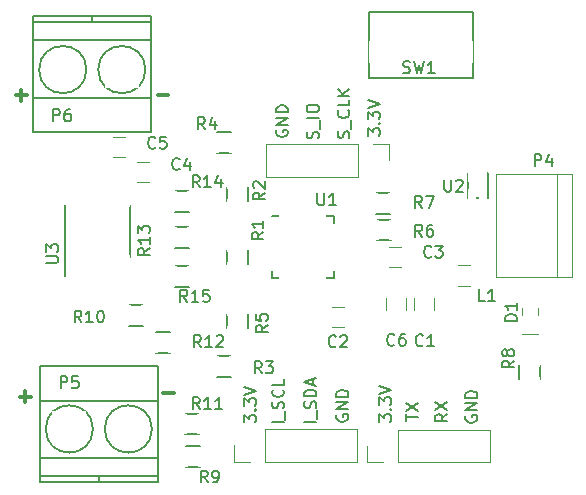
<source format=gbr>
G04 #@! TF.FileFunction,Legend,Top*
%FSLAX46Y46*%
G04 Gerber Fmt 4.6, Leading zero omitted, Abs format (unit mm)*
G04 Created by KiCad (PCBNEW 4.0.5) date 2017 February 05, Sunday 16:15:56*
%MOMM*%
%LPD*%
G01*
G04 APERTURE LIST*
%ADD10C,0.100000*%
%ADD11C,0.150000*%
%ADD12C,0.300000*%
%ADD13C,0.120000*%
%ADD14R,1.900000X1.900000*%
%ADD15C,1.300000*%
%ADD16R,1.600000X1.600000*%
%ADD17R,1.900000X1.700000*%
%ADD18R,2.100000X2.100000*%
%ADD19O,2.100000X2.100000*%
%ADD20R,2.900000X2.900000*%
%ADD21C,2.900000*%
%ADD22R,1.650000X1.900000*%
%ADD23R,1.900000X1.650000*%
%ADD24R,1.750000X0.800000*%
%ADD25O,1.350000X1.650000*%
%ADD26O,1.950000X1.400000*%
%ADD27R,1.700000X1.900000*%
%ADD28R,1.150000X0.700000*%
%ADD29R,0.700000X1.150000*%
%ADD30R,2.000000X2.000000*%
%ADD31R,0.699720X0.849580*%
%ADD32R,0.850000X1.900000*%
%ADD33C,2.600000*%
G04 APERTURE END LIST*
D10*
D11*
X94016581Y-105451090D02*
X94016581Y-104832042D01*
X94397533Y-105165376D01*
X94397533Y-105022518D01*
X94445152Y-104927280D01*
X94492771Y-104879661D01*
X94588010Y-104832042D01*
X94826105Y-104832042D01*
X94921343Y-104879661D01*
X94968962Y-104927280D01*
X95016581Y-105022518D01*
X95016581Y-105308233D01*
X94968962Y-105403471D01*
X94921343Y-105451090D01*
X94921343Y-104403471D02*
X94968962Y-104355852D01*
X95016581Y-104403471D01*
X94968962Y-104451090D01*
X94921343Y-104403471D01*
X95016581Y-104403471D01*
X94016581Y-104022519D02*
X94016581Y-103403471D01*
X94397533Y-103736805D01*
X94397533Y-103593947D01*
X94445152Y-103498709D01*
X94492771Y-103451090D01*
X94588010Y-103403471D01*
X94826105Y-103403471D01*
X94921343Y-103451090D01*
X94968962Y-103498709D01*
X95016581Y-103593947D01*
X95016581Y-103879662D01*
X94968962Y-103974900D01*
X94921343Y-104022519D01*
X94016581Y-103117757D02*
X95016581Y-102784424D01*
X94016581Y-102451090D01*
D12*
X76619157Y-127225414D02*
X77533443Y-127225414D01*
X76187357Y-101977814D02*
X77101643Y-101977814D01*
X64173157Y-102041314D02*
X65087443Y-102041314D01*
X64630300Y-102498457D02*
X64630300Y-101584171D01*
X64541457Y-127530214D02*
X65455743Y-127530214D01*
X64998600Y-127987357D02*
X64998600Y-127073071D01*
D11*
X100706181Y-129020866D02*
X100229990Y-129354200D01*
X100706181Y-129592295D02*
X99706181Y-129592295D01*
X99706181Y-129211342D01*
X99753800Y-129116104D01*
X99801419Y-129068485D01*
X99896657Y-129020866D01*
X100039514Y-129020866D01*
X100134752Y-129068485D01*
X100182371Y-129116104D01*
X100229990Y-129211342D01*
X100229990Y-129592295D01*
X99706181Y-128687533D02*
X100706181Y-128020866D01*
X99706181Y-128020866D02*
X100706181Y-128687533D01*
X97216981Y-129590705D02*
X97216981Y-129019276D01*
X98216981Y-129304991D02*
X97216981Y-129304991D01*
X97216981Y-128781181D02*
X98216981Y-128114514D01*
X97216981Y-128114514D02*
X98216981Y-128781181D01*
X86888581Y-129714405D02*
X85888581Y-129714405D01*
X86983819Y-129476310D02*
X86983819Y-128714405D01*
X86840962Y-128523929D02*
X86888581Y-128381072D01*
X86888581Y-128142976D01*
X86840962Y-128047738D01*
X86793343Y-128000119D01*
X86698105Y-127952500D01*
X86602867Y-127952500D01*
X86507629Y-128000119D01*
X86460010Y-128047738D01*
X86412390Y-128142976D01*
X86364771Y-128333453D01*
X86317152Y-128428691D01*
X86269533Y-128476310D01*
X86174295Y-128523929D01*
X86079057Y-128523929D01*
X85983819Y-128476310D01*
X85936200Y-128428691D01*
X85888581Y-128333453D01*
X85888581Y-128095357D01*
X85936200Y-127952500D01*
X86793343Y-126952500D02*
X86840962Y-127000119D01*
X86888581Y-127142976D01*
X86888581Y-127238214D01*
X86840962Y-127381072D01*
X86745724Y-127476310D01*
X86650486Y-127523929D01*
X86460010Y-127571548D01*
X86317152Y-127571548D01*
X86126676Y-127523929D01*
X86031438Y-127476310D01*
X85936200Y-127381072D01*
X85888581Y-127238214D01*
X85888581Y-127142976D01*
X85936200Y-127000119D01*
X85983819Y-126952500D01*
X86888581Y-126047738D02*
X86888581Y-126523929D01*
X85888581Y-126523929D01*
X89619081Y-129700114D02*
X88619081Y-129700114D01*
X89714319Y-129462019D02*
X89714319Y-128700114D01*
X89571462Y-128509638D02*
X89619081Y-128366781D01*
X89619081Y-128128685D01*
X89571462Y-128033447D01*
X89523843Y-127985828D01*
X89428605Y-127938209D01*
X89333367Y-127938209D01*
X89238129Y-127985828D01*
X89190510Y-128033447D01*
X89142890Y-128128685D01*
X89095271Y-128319162D01*
X89047652Y-128414400D01*
X89000033Y-128462019D01*
X88904795Y-128509638D01*
X88809557Y-128509638D01*
X88714319Y-128462019D01*
X88666700Y-128414400D01*
X88619081Y-128319162D01*
X88619081Y-128081066D01*
X88666700Y-127938209D01*
X89619081Y-127509638D02*
X88619081Y-127509638D01*
X88619081Y-127271543D01*
X88666700Y-127128685D01*
X88761938Y-127033447D01*
X88857176Y-126985828D01*
X89047652Y-126938209D01*
X89190510Y-126938209D01*
X89380986Y-126985828D01*
X89476224Y-127033447D01*
X89571462Y-127128685D01*
X89619081Y-127271543D01*
X89619081Y-127509638D01*
X89333367Y-126557257D02*
X89333367Y-126081066D01*
X89619081Y-126652495D02*
X88619081Y-126319162D01*
X89619081Y-125985828D01*
X102293800Y-129158904D02*
X102246181Y-129254142D01*
X102246181Y-129396999D01*
X102293800Y-129539857D01*
X102389038Y-129635095D01*
X102484276Y-129682714D01*
X102674752Y-129730333D01*
X102817610Y-129730333D01*
X103008086Y-129682714D01*
X103103324Y-129635095D01*
X103198562Y-129539857D01*
X103246181Y-129396999D01*
X103246181Y-129301761D01*
X103198562Y-129158904D01*
X103150943Y-129111285D01*
X102817610Y-129111285D01*
X102817610Y-129301761D01*
X103246181Y-128682714D02*
X102246181Y-128682714D01*
X103246181Y-128111285D01*
X102246181Y-128111285D01*
X103246181Y-127635095D02*
X102246181Y-127635095D01*
X102246181Y-127397000D01*
X102293800Y-127254142D01*
X102389038Y-127158904D01*
X102484276Y-127111285D01*
X102674752Y-127063666D01*
X102817610Y-127063666D01*
X103008086Y-127111285D01*
X103103324Y-127158904D01*
X103198562Y-127254142D01*
X103246181Y-127397000D01*
X103246181Y-127635095D01*
X91371800Y-129082704D02*
X91324181Y-129177942D01*
X91324181Y-129320799D01*
X91371800Y-129463657D01*
X91467038Y-129558895D01*
X91562276Y-129606514D01*
X91752752Y-129654133D01*
X91895610Y-129654133D01*
X92086086Y-129606514D01*
X92181324Y-129558895D01*
X92276562Y-129463657D01*
X92324181Y-129320799D01*
X92324181Y-129225561D01*
X92276562Y-129082704D01*
X92228943Y-129035085D01*
X91895610Y-129035085D01*
X91895610Y-129225561D01*
X92324181Y-128606514D02*
X91324181Y-128606514D01*
X92324181Y-128035085D01*
X91324181Y-128035085D01*
X92324181Y-127558895D02*
X91324181Y-127558895D01*
X91324181Y-127320800D01*
X91371800Y-127177942D01*
X91467038Y-127082704D01*
X91562276Y-127035085D01*
X91752752Y-126987466D01*
X91895610Y-126987466D01*
X92086086Y-127035085D01*
X92181324Y-127082704D01*
X92276562Y-127177942D01*
X92324181Y-127320800D01*
X92324181Y-127558895D01*
X94969081Y-129644590D02*
X94969081Y-129025542D01*
X95350033Y-129358876D01*
X95350033Y-129216018D01*
X95397652Y-129120780D01*
X95445271Y-129073161D01*
X95540510Y-129025542D01*
X95778605Y-129025542D01*
X95873843Y-129073161D01*
X95921462Y-129120780D01*
X95969081Y-129216018D01*
X95969081Y-129501733D01*
X95921462Y-129596971D01*
X95873843Y-129644590D01*
X95873843Y-128596971D02*
X95921462Y-128549352D01*
X95969081Y-128596971D01*
X95921462Y-128644590D01*
X95873843Y-128596971D01*
X95969081Y-128596971D01*
X94969081Y-128216019D02*
X94969081Y-127596971D01*
X95350033Y-127930305D01*
X95350033Y-127787447D01*
X95397652Y-127692209D01*
X95445271Y-127644590D01*
X95540510Y-127596971D01*
X95778605Y-127596971D01*
X95873843Y-127644590D01*
X95921462Y-127692209D01*
X95969081Y-127787447D01*
X95969081Y-128073162D01*
X95921462Y-128168400D01*
X95873843Y-128216019D01*
X94969081Y-127311257D02*
X95969081Y-126977924D01*
X94969081Y-126644590D01*
X83500981Y-129720790D02*
X83500981Y-129101742D01*
X83881933Y-129435076D01*
X83881933Y-129292218D01*
X83929552Y-129196980D01*
X83977171Y-129149361D01*
X84072410Y-129101742D01*
X84310505Y-129101742D01*
X84405743Y-129149361D01*
X84453362Y-129196980D01*
X84500981Y-129292218D01*
X84500981Y-129577933D01*
X84453362Y-129673171D01*
X84405743Y-129720790D01*
X84405743Y-128673171D02*
X84453362Y-128625552D01*
X84500981Y-128673171D01*
X84453362Y-128720790D01*
X84405743Y-128673171D01*
X84500981Y-128673171D01*
X83500981Y-128292219D02*
X83500981Y-127673171D01*
X83881933Y-128006505D01*
X83881933Y-127863647D01*
X83929552Y-127768409D01*
X83977171Y-127720790D01*
X84072410Y-127673171D01*
X84310505Y-127673171D01*
X84405743Y-127720790D01*
X84453362Y-127768409D01*
X84500981Y-127863647D01*
X84500981Y-128149362D01*
X84453362Y-128244600D01*
X84405743Y-128292219D01*
X83500981Y-127387457D02*
X84500981Y-127054124D01*
X83500981Y-126720790D01*
X89761962Y-105670171D02*
X89809581Y-105527314D01*
X89809581Y-105289218D01*
X89761962Y-105193980D01*
X89714343Y-105146361D01*
X89619105Y-105098742D01*
X89523867Y-105098742D01*
X89428629Y-105146361D01*
X89381010Y-105193980D01*
X89333390Y-105289218D01*
X89285771Y-105479695D01*
X89238152Y-105574933D01*
X89190533Y-105622552D01*
X89095295Y-105670171D01*
X89000057Y-105670171D01*
X88904819Y-105622552D01*
X88857200Y-105574933D01*
X88809581Y-105479695D01*
X88809581Y-105241599D01*
X88857200Y-105098742D01*
X89904819Y-104908266D02*
X89904819Y-104146361D01*
X89809581Y-103908266D02*
X88809581Y-103908266D01*
X88809581Y-103241600D02*
X88809581Y-103051123D01*
X88857200Y-102955885D01*
X88952438Y-102860647D01*
X89142914Y-102813028D01*
X89476248Y-102813028D01*
X89666724Y-102860647D01*
X89761962Y-102955885D01*
X89809581Y-103051123D01*
X89809581Y-103241600D01*
X89761962Y-103336838D01*
X89666724Y-103432076D01*
X89476248Y-103479695D01*
X89142914Y-103479695D01*
X88952438Y-103432076D01*
X88857200Y-103336838D01*
X88809581Y-103241600D01*
X92378162Y-105639929D02*
X92425781Y-105497072D01*
X92425781Y-105258976D01*
X92378162Y-105163738D01*
X92330543Y-105116119D01*
X92235305Y-105068500D01*
X92140067Y-105068500D01*
X92044829Y-105116119D01*
X91997210Y-105163738D01*
X91949590Y-105258976D01*
X91901971Y-105449453D01*
X91854352Y-105544691D01*
X91806733Y-105592310D01*
X91711495Y-105639929D01*
X91616257Y-105639929D01*
X91521019Y-105592310D01*
X91473400Y-105544691D01*
X91425781Y-105449453D01*
X91425781Y-105211357D01*
X91473400Y-105068500D01*
X92521019Y-104878024D02*
X92521019Y-104116119D01*
X92330543Y-103306595D02*
X92378162Y-103354214D01*
X92425781Y-103497071D01*
X92425781Y-103592309D01*
X92378162Y-103735167D01*
X92282924Y-103830405D01*
X92187686Y-103878024D01*
X91997210Y-103925643D01*
X91854352Y-103925643D01*
X91663876Y-103878024D01*
X91568638Y-103830405D01*
X91473400Y-103735167D01*
X91425781Y-103592309D01*
X91425781Y-103497071D01*
X91473400Y-103354214D01*
X91521019Y-103306595D01*
X92425781Y-102401833D02*
X92425781Y-102878024D01*
X91425781Y-102878024D01*
X92425781Y-102068500D02*
X91425781Y-102068500D01*
X92425781Y-101497071D02*
X91854352Y-101925643D01*
X91425781Y-101497071D02*
X91997210Y-102068500D01*
X86253700Y-104978104D02*
X86206081Y-105073342D01*
X86206081Y-105216199D01*
X86253700Y-105359057D01*
X86348938Y-105454295D01*
X86444176Y-105501914D01*
X86634652Y-105549533D01*
X86777510Y-105549533D01*
X86967986Y-105501914D01*
X87063224Y-105454295D01*
X87158462Y-105359057D01*
X87206081Y-105216199D01*
X87206081Y-105120961D01*
X87158462Y-104978104D01*
X87110843Y-104930485D01*
X86777510Y-104930485D01*
X86777510Y-105120961D01*
X87206081Y-104501914D02*
X86206081Y-104501914D01*
X87206081Y-103930485D01*
X86206081Y-103930485D01*
X87206081Y-103454295D02*
X86206081Y-103454295D01*
X86206081Y-103216200D01*
X86253700Y-103073342D01*
X86348938Y-102978104D01*
X86444176Y-102930485D01*
X86634652Y-102882866D01*
X86777510Y-102882866D01*
X86967986Y-102930485D01*
X87063224Y-102978104D01*
X87158462Y-103073342D01*
X87206081Y-103216200D01*
X87206081Y-103454295D01*
X102888500Y-100602700D02*
X94088500Y-100602700D01*
X94088500Y-100602700D02*
X94088500Y-95002700D01*
X94088500Y-95002700D02*
X102888500Y-95002700D01*
X102888500Y-95002700D02*
X102888500Y-100602700D01*
X81188000Y-105170000D02*
X82388000Y-105170000D01*
X82388000Y-106920000D02*
X81188000Y-106920000D01*
D13*
X85293200Y-133038200D02*
X93033200Y-133038200D01*
X93033200Y-133038200D02*
X93033200Y-130258200D01*
X93033200Y-130258200D02*
X85293200Y-130258200D01*
X85293200Y-130258200D02*
X85293200Y-133038200D01*
X84023200Y-133038200D02*
X82633200Y-133038200D01*
X82633200Y-133038200D02*
X82633200Y-131648200D01*
D11*
X70652000Y-95849000D02*
X70652000Y-95349000D01*
X70152000Y-99849000D02*
G75*
G03X70152000Y-99849000I-2000000J0D01*
G01*
X75152000Y-99849000D02*
G75*
G03X75152000Y-99849000I-2000000J0D01*
G01*
X75652000Y-97349000D02*
X65652000Y-97349000D01*
X75652000Y-102249000D02*
X65652000Y-102249000D01*
X75652000Y-95849000D02*
X65652000Y-95849000D01*
X75652000Y-95349000D02*
X65652000Y-95349000D01*
X65652000Y-95349000D02*
X65652000Y-105149000D01*
X65652000Y-105149000D02*
X75652000Y-105149000D01*
X75652000Y-105149000D02*
X75652000Y-95349000D01*
D13*
X99579800Y-120222900D02*
X99579800Y-119222900D01*
X97879800Y-119222900D02*
X97879800Y-120222900D01*
X90940000Y-121652400D02*
X91940000Y-121652400D01*
X91940000Y-119952400D02*
X90940000Y-119952400D01*
X96753300Y-114897800D02*
X95753300Y-114897800D01*
X95753300Y-116597800D02*
X96753300Y-116597800D01*
X75430000Y-107658800D02*
X74430000Y-107658800D01*
X74430000Y-109358800D02*
X75430000Y-109358800D01*
X73398000Y-105576000D02*
X72398000Y-105576000D01*
X72398000Y-107276000D02*
X73398000Y-107276000D01*
X97243000Y-120210200D02*
X97243000Y-119210200D01*
X95543000Y-119210200D02*
X95543000Y-120210200D01*
X106996000Y-122196000D02*
X108396000Y-122196000D01*
X108396000Y-122196000D02*
X108396000Y-119396000D01*
X106996000Y-122196000D02*
X106996000Y-119396000D01*
X101633400Y-118134500D02*
X102633400Y-118134500D01*
X102633400Y-116434500D02*
X101633400Y-116434500D01*
X96570800Y-133101700D02*
X104310800Y-133101700D01*
X104310800Y-133101700D02*
X104310800Y-130321700D01*
X104310800Y-130321700D02*
X96570800Y-130321700D01*
X96570800Y-130321700D02*
X96570800Y-133101700D01*
X95300800Y-133101700D02*
X93910800Y-133101700D01*
X93910800Y-133101700D02*
X93910800Y-131711700D01*
X93141800Y-106128200D02*
X85401800Y-106128200D01*
X85401800Y-106128200D02*
X85401800Y-108908200D01*
X85401800Y-108908200D02*
X93141800Y-108908200D01*
X93141800Y-108908200D02*
X93141800Y-106128200D01*
X94411800Y-106128200D02*
X95801800Y-106128200D01*
X95801800Y-106128200D02*
X95801800Y-107518200D01*
X111243400Y-117405400D02*
X111243400Y-108705400D01*
X104833400Y-117405400D02*
X104833400Y-108705400D01*
X104833400Y-108705400D02*
X111243400Y-108705400D01*
X110013400Y-108705400D02*
X110013400Y-117405400D01*
X111243400Y-117405400D02*
X104833400Y-117405400D01*
D11*
X71207000Y-134275000D02*
X71207000Y-134775000D01*
X75707000Y-130275000D02*
G75*
G03X75707000Y-130275000I-2000000J0D01*
G01*
X70707000Y-130275000D02*
G75*
G03X70707000Y-130275000I-2000000J0D01*
G01*
X66207000Y-132775000D02*
X76207000Y-132775000D01*
X66207000Y-127875000D02*
X76207000Y-127875000D01*
X66207000Y-134275000D02*
X76207000Y-134275000D01*
X66207000Y-134775000D02*
X76207000Y-134775000D01*
X76207000Y-134775000D02*
X76207000Y-124975000D01*
X76207000Y-124975000D02*
X66207000Y-124975000D01*
X66207000Y-124975000D02*
X66207000Y-134775000D01*
X82056000Y-116297000D02*
X82056000Y-115097000D01*
X83806000Y-115097000D02*
X83806000Y-116297000D01*
X82056000Y-110963000D02*
X82056000Y-109763000D01*
X83806000Y-109763000D02*
X83806000Y-110963000D01*
X81188000Y-124093000D02*
X82388000Y-124093000D01*
X82388000Y-125843000D02*
X81188000Y-125843000D01*
X82056000Y-121758000D02*
X82056000Y-120558000D01*
X83806000Y-120558000D02*
X83806000Y-121758000D01*
X94751600Y-112561400D02*
X95951600Y-112561400D01*
X95951600Y-114311400D02*
X94751600Y-114311400D01*
X94675400Y-110300800D02*
X95875400Y-110300800D01*
X95875400Y-112050800D02*
X94675400Y-112050800D01*
X106821000Y-126076000D02*
X106821000Y-124876000D01*
X108571000Y-124876000D02*
X108571000Y-126076000D01*
X79746400Y-133488400D02*
X78546400Y-133488400D01*
X78546400Y-131738400D02*
X79746400Y-131738400D01*
X74920400Y-121525000D02*
X73720400Y-121525000D01*
X73720400Y-119775000D02*
X74920400Y-119775000D01*
X79721000Y-130719800D02*
X78521000Y-130719800D01*
X78521000Y-128969800D02*
X79721000Y-128969800D01*
X77257200Y-123836400D02*
X76057200Y-123836400D01*
X76057200Y-122086400D02*
X77257200Y-122086400D01*
X77632000Y-113171000D02*
X78832000Y-113171000D01*
X78832000Y-114921000D02*
X77632000Y-114921000D01*
X77632000Y-110123000D02*
X78832000Y-110123000D01*
X78832000Y-111873000D02*
X77632000Y-111873000D01*
X77632000Y-116473000D02*
X78832000Y-116473000D01*
X78832000Y-118223000D02*
X77632000Y-118223000D01*
X91093200Y-112284600D02*
X91093200Y-112909600D01*
X85843200Y-117534600D02*
X85843200Y-116909600D01*
X91093200Y-117534600D02*
X91093200Y-116909600D01*
X85843200Y-112284600D02*
X86468200Y-112284600D01*
X85843200Y-117534600D02*
X86468200Y-117534600D01*
X91093200Y-117534600D02*
X90468200Y-117534600D01*
X91093200Y-112284600D02*
X90468200Y-112284600D01*
X104127300Y-108628180D02*
X104127300Y-110726220D01*
X104127300Y-110726220D02*
X102425500Y-110726220D01*
X102425500Y-110726220D02*
X102425500Y-108628180D01*
X102425500Y-108628180D02*
X104127300Y-108628180D01*
X73845000Y-115738000D02*
X73845000Y-111338000D01*
X68320000Y-117313000D02*
X68320000Y-111338000D01*
X96964667Y-100099762D02*
X97107524Y-100147381D01*
X97345620Y-100147381D01*
X97440858Y-100099762D01*
X97488477Y-100052143D01*
X97536096Y-99956905D01*
X97536096Y-99861667D01*
X97488477Y-99766429D01*
X97440858Y-99718810D01*
X97345620Y-99671190D01*
X97155143Y-99623571D01*
X97059905Y-99575952D01*
X97012286Y-99528333D01*
X96964667Y-99433095D01*
X96964667Y-99337857D01*
X97012286Y-99242619D01*
X97059905Y-99195000D01*
X97155143Y-99147381D01*
X97393239Y-99147381D01*
X97536096Y-99195000D01*
X97869429Y-99147381D02*
X98107524Y-100147381D01*
X98298001Y-99433095D01*
X98488477Y-100147381D01*
X98726572Y-99147381D01*
X99631334Y-100147381D02*
X99059905Y-100147381D01*
X99345619Y-100147381D02*
X99345619Y-99147381D01*
X99250381Y-99290238D01*
X99155143Y-99385476D01*
X99059905Y-99433095D01*
X80198934Y-104897181D02*
X79865600Y-104420990D01*
X79627505Y-104897181D02*
X79627505Y-103897181D01*
X80008458Y-103897181D01*
X80103696Y-103944800D01*
X80151315Y-103992419D01*
X80198934Y-104087657D01*
X80198934Y-104230514D01*
X80151315Y-104325752D01*
X80103696Y-104373371D01*
X80008458Y-104420990D01*
X79627505Y-104420990D01*
X81056077Y-104230514D02*
X81056077Y-104897181D01*
X80817981Y-103849562D02*
X80579886Y-104563848D01*
X81198934Y-104563848D01*
X67333905Y-104211381D02*
X67333905Y-103211381D01*
X67714858Y-103211381D01*
X67810096Y-103259000D01*
X67857715Y-103306619D01*
X67905334Y-103401857D01*
X67905334Y-103544714D01*
X67857715Y-103639952D01*
X67810096Y-103687571D01*
X67714858Y-103735190D01*
X67333905Y-103735190D01*
X68762477Y-103211381D02*
X68572000Y-103211381D01*
X68476762Y-103259000D01*
X68429143Y-103306619D01*
X68333905Y-103449476D01*
X68286286Y-103639952D01*
X68286286Y-104020905D01*
X68333905Y-104116143D01*
X68381524Y-104163762D01*
X68476762Y-104211381D01*
X68667239Y-104211381D01*
X68762477Y-104163762D01*
X68810096Y-104116143D01*
X68857715Y-104020905D01*
X68857715Y-103782810D01*
X68810096Y-103687571D01*
X68762477Y-103639952D01*
X68667239Y-103592333D01*
X68476762Y-103592333D01*
X68381524Y-103639952D01*
X68333905Y-103687571D01*
X68286286Y-103782810D01*
X98652034Y-123178843D02*
X98604415Y-123226462D01*
X98461558Y-123274081D01*
X98366320Y-123274081D01*
X98223462Y-123226462D01*
X98128224Y-123131224D01*
X98080605Y-123035986D01*
X98032986Y-122845510D01*
X98032986Y-122702652D01*
X98080605Y-122512176D01*
X98128224Y-122416938D01*
X98223462Y-122321700D01*
X98366320Y-122274081D01*
X98461558Y-122274081D01*
X98604415Y-122321700D01*
X98652034Y-122369319D01*
X99604415Y-123274081D02*
X99032986Y-123274081D01*
X99318700Y-123274081D02*
X99318700Y-122274081D01*
X99223462Y-122416938D01*
X99128224Y-122512176D01*
X99032986Y-122559795D01*
X91273334Y-123259543D02*
X91225715Y-123307162D01*
X91082858Y-123354781D01*
X90987620Y-123354781D01*
X90844762Y-123307162D01*
X90749524Y-123211924D01*
X90701905Y-123116686D01*
X90654286Y-122926210D01*
X90654286Y-122783352D01*
X90701905Y-122592876D01*
X90749524Y-122497638D01*
X90844762Y-122402400D01*
X90987620Y-122354781D01*
X91082858Y-122354781D01*
X91225715Y-122402400D01*
X91273334Y-122450019D01*
X91654286Y-122450019D02*
X91701905Y-122402400D01*
X91797143Y-122354781D01*
X92035239Y-122354781D01*
X92130477Y-122402400D01*
X92178096Y-122450019D01*
X92225715Y-122545257D01*
X92225715Y-122640495D01*
X92178096Y-122783352D01*
X91606667Y-123354781D01*
X92225715Y-123354781D01*
X99363234Y-115673143D02*
X99315615Y-115720762D01*
X99172758Y-115768381D01*
X99077520Y-115768381D01*
X98934662Y-115720762D01*
X98839424Y-115625524D01*
X98791805Y-115530286D01*
X98744186Y-115339810D01*
X98744186Y-115196952D01*
X98791805Y-115006476D01*
X98839424Y-114911238D01*
X98934662Y-114816000D01*
X99077520Y-114768381D01*
X99172758Y-114768381D01*
X99315615Y-114816000D01*
X99363234Y-114863619D01*
X99696567Y-114768381D02*
X100315615Y-114768381D01*
X99982281Y-115149333D01*
X100125139Y-115149333D01*
X100220377Y-115196952D01*
X100267996Y-115244571D01*
X100315615Y-115339810D01*
X100315615Y-115577905D01*
X100267996Y-115673143D01*
X100220377Y-115720762D01*
X100125139Y-115768381D01*
X99839424Y-115768381D01*
X99744186Y-115720762D01*
X99696567Y-115673143D01*
X78039934Y-108256343D02*
X77992315Y-108303962D01*
X77849458Y-108351581D01*
X77754220Y-108351581D01*
X77611362Y-108303962D01*
X77516124Y-108208724D01*
X77468505Y-108113486D01*
X77420886Y-107923010D01*
X77420886Y-107780152D01*
X77468505Y-107589676D01*
X77516124Y-107494438D01*
X77611362Y-107399200D01*
X77754220Y-107351581D01*
X77849458Y-107351581D01*
X77992315Y-107399200D01*
X78039934Y-107446819D01*
X78897077Y-107684914D02*
X78897077Y-108351581D01*
X78658981Y-107303962D02*
X78420886Y-108018248D01*
X79039934Y-108018248D01*
X75995234Y-106440243D02*
X75947615Y-106487862D01*
X75804758Y-106535481D01*
X75709520Y-106535481D01*
X75566662Y-106487862D01*
X75471424Y-106392624D01*
X75423805Y-106297386D01*
X75376186Y-106106910D01*
X75376186Y-105964052D01*
X75423805Y-105773576D01*
X75471424Y-105678338D01*
X75566662Y-105583100D01*
X75709520Y-105535481D01*
X75804758Y-105535481D01*
X75947615Y-105583100D01*
X75995234Y-105630719D01*
X76899996Y-105535481D02*
X76423805Y-105535481D01*
X76376186Y-106011671D01*
X76423805Y-105964052D01*
X76519043Y-105916433D01*
X76757139Y-105916433D01*
X76852377Y-105964052D01*
X76899996Y-106011671D01*
X76947615Y-106106910D01*
X76947615Y-106345005D01*
X76899996Y-106440243D01*
X76852377Y-106487862D01*
X76757139Y-106535481D01*
X76519043Y-106535481D01*
X76423805Y-106487862D01*
X76376186Y-106440243D01*
X96239034Y-123128043D02*
X96191415Y-123175662D01*
X96048558Y-123223281D01*
X95953320Y-123223281D01*
X95810462Y-123175662D01*
X95715224Y-123080424D01*
X95667605Y-122985186D01*
X95619986Y-122794710D01*
X95619986Y-122651852D01*
X95667605Y-122461376D01*
X95715224Y-122366138D01*
X95810462Y-122270900D01*
X95953320Y-122223281D01*
X96048558Y-122223281D01*
X96191415Y-122270900D01*
X96239034Y-122318519D01*
X97096177Y-122223281D02*
X96905700Y-122223281D01*
X96810462Y-122270900D01*
X96762843Y-122318519D01*
X96667605Y-122461376D01*
X96619986Y-122651852D01*
X96619986Y-123032805D01*
X96667605Y-123128043D01*
X96715224Y-123175662D01*
X96810462Y-123223281D01*
X97000939Y-123223281D01*
X97096177Y-123175662D01*
X97143796Y-123128043D01*
X97191415Y-123032805D01*
X97191415Y-122794710D01*
X97143796Y-122699471D01*
X97096177Y-122651852D01*
X97000939Y-122604233D01*
X96810462Y-122604233D01*
X96715224Y-122651852D01*
X96667605Y-122699471D01*
X96619986Y-122794710D01*
X106598981Y-121134095D02*
X105598981Y-121134095D01*
X105598981Y-120896000D01*
X105646600Y-120753142D01*
X105741838Y-120657904D01*
X105837076Y-120610285D01*
X106027552Y-120562666D01*
X106170410Y-120562666D01*
X106360886Y-120610285D01*
X106456124Y-120657904D01*
X106551362Y-120753142D01*
X106598981Y-120896000D01*
X106598981Y-121134095D01*
X106598981Y-119610285D02*
X106598981Y-120181714D01*
X106598981Y-119896000D02*
X105598981Y-119896000D01*
X105741838Y-119991238D01*
X105837076Y-120086476D01*
X105884695Y-120181714D01*
X103884434Y-119438681D02*
X103408243Y-119438681D01*
X103408243Y-118438681D01*
X104741577Y-119438681D02*
X104170148Y-119438681D01*
X104455862Y-119438681D02*
X104455862Y-118438681D01*
X104360624Y-118581538D01*
X104265386Y-118676776D01*
X104170148Y-118724395D01*
X108113605Y-108021381D02*
X108113605Y-107021381D01*
X108494558Y-107021381D01*
X108589796Y-107069000D01*
X108637415Y-107116619D01*
X108685034Y-107211857D01*
X108685034Y-107354714D01*
X108637415Y-107449952D01*
X108589796Y-107497571D01*
X108494558Y-107545190D01*
X108113605Y-107545190D01*
X109542177Y-107354714D02*
X109542177Y-108021381D01*
X109304081Y-106973762D02*
X109065986Y-107688048D01*
X109685034Y-107688048D01*
X67968905Y-126817381D02*
X67968905Y-125817381D01*
X68349858Y-125817381D01*
X68445096Y-125865000D01*
X68492715Y-125912619D01*
X68540334Y-126007857D01*
X68540334Y-126150714D01*
X68492715Y-126245952D01*
X68445096Y-126293571D01*
X68349858Y-126341190D01*
X67968905Y-126341190D01*
X69445096Y-125817381D02*
X68968905Y-125817381D01*
X68921286Y-126293571D01*
X68968905Y-126245952D01*
X69064143Y-126198333D01*
X69302239Y-126198333D01*
X69397477Y-126245952D01*
X69445096Y-126293571D01*
X69492715Y-126388810D01*
X69492715Y-126626905D01*
X69445096Y-126722143D01*
X69397477Y-126769762D01*
X69302239Y-126817381D01*
X69064143Y-126817381D01*
X68968905Y-126769762D01*
X68921286Y-126722143D01*
X85148681Y-113615766D02*
X84672490Y-113949100D01*
X85148681Y-114187195D02*
X84148681Y-114187195D01*
X84148681Y-113806242D01*
X84196300Y-113711004D01*
X84243919Y-113663385D01*
X84339157Y-113615766D01*
X84482014Y-113615766D01*
X84577252Y-113663385D01*
X84624871Y-113711004D01*
X84672490Y-113806242D01*
X84672490Y-114187195D01*
X85148681Y-112663385D02*
X85148681Y-113234814D01*
X85148681Y-112949100D02*
X84148681Y-112949100D01*
X84291538Y-113044338D01*
X84386776Y-113139576D01*
X84434395Y-113234814D01*
X85262981Y-110262966D02*
X84786790Y-110596300D01*
X85262981Y-110834395D02*
X84262981Y-110834395D01*
X84262981Y-110453442D01*
X84310600Y-110358204D01*
X84358219Y-110310585D01*
X84453457Y-110262966D01*
X84596314Y-110262966D01*
X84691552Y-110310585D01*
X84739171Y-110358204D01*
X84786790Y-110453442D01*
X84786790Y-110834395D01*
X84358219Y-109882014D02*
X84310600Y-109834395D01*
X84262981Y-109739157D01*
X84262981Y-109501061D01*
X84310600Y-109405823D01*
X84358219Y-109358204D01*
X84453457Y-109310585D01*
X84548695Y-109310585D01*
X84691552Y-109358204D01*
X85262981Y-109929633D01*
X85262981Y-109310585D01*
X84999534Y-125560081D02*
X84666200Y-125083890D01*
X84428105Y-125560081D02*
X84428105Y-124560081D01*
X84809058Y-124560081D01*
X84904296Y-124607700D01*
X84951915Y-124655319D01*
X84999534Y-124750557D01*
X84999534Y-124893414D01*
X84951915Y-124988652D01*
X84904296Y-125036271D01*
X84809058Y-125083890D01*
X84428105Y-125083890D01*
X85332867Y-124560081D02*
X85951915Y-124560081D01*
X85618581Y-124941033D01*
X85761439Y-124941033D01*
X85856677Y-124988652D01*
X85904296Y-125036271D01*
X85951915Y-125131510D01*
X85951915Y-125369605D01*
X85904296Y-125464843D01*
X85856677Y-125512462D01*
X85761439Y-125560081D01*
X85475724Y-125560081D01*
X85380486Y-125512462D01*
X85332867Y-125464843D01*
X85491581Y-121477066D02*
X85015390Y-121810400D01*
X85491581Y-122048495D02*
X84491581Y-122048495D01*
X84491581Y-121667542D01*
X84539200Y-121572304D01*
X84586819Y-121524685D01*
X84682057Y-121477066D01*
X84824914Y-121477066D01*
X84920152Y-121524685D01*
X84967771Y-121572304D01*
X85015390Y-121667542D01*
X85015390Y-122048495D01*
X84491581Y-120572304D02*
X84491581Y-121048495D01*
X84967771Y-121096114D01*
X84920152Y-121048495D01*
X84872533Y-120953257D01*
X84872533Y-120715161D01*
X84920152Y-120619923D01*
X84967771Y-120572304D01*
X85063010Y-120524685D01*
X85301105Y-120524685D01*
X85396343Y-120572304D01*
X85443962Y-120619923D01*
X85491581Y-120715161D01*
X85491581Y-120953257D01*
X85443962Y-121048495D01*
X85396343Y-121096114D01*
X98588534Y-113990381D02*
X98255200Y-113514190D01*
X98017105Y-113990381D02*
X98017105Y-112990381D01*
X98398058Y-112990381D01*
X98493296Y-113038000D01*
X98540915Y-113085619D01*
X98588534Y-113180857D01*
X98588534Y-113323714D01*
X98540915Y-113418952D01*
X98493296Y-113466571D01*
X98398058Y-113514190D01*
X98017105Y-113514190D01*
X99445677Y-112990381D02*
X99255200Y-112990381D01*
X99159962Y-113038000D01*
X99112343Y-113085619D01*
X99017105Y-113228476D01*
X98969486Y-113418952D01*
X98969486Y-113799905D01*
X99017105Y-113895143D01*
X99064724Y-113942762D01*
X99159962Y-113990381D01*
X99350439Y-113990381D01*
X99445677Y-113942762D01*
X99493296Y-113895143D01*
X99540915Y-113799905D01*
X99540915Y-113561810D01*
X99493296Y-113466571D01*
X99445677Y-113418952D01*
X99350439Y-113371333D01*
X99159962Y-113371333D01*
X99064724Y-113418952D01*
X99017105Y-113466571D01*
X98969486Y-113561810D01*
X98550434Y-111551981D02*
X98217100Y-111075790D01*
X97979005Y-111551981D02*
X97979005Y-110551981D01*
X98359958Y-110551981D01*
X98455196Y-110599600D01*
X98502815Y-110647219D01*
X98550434Y-110742457D01*
X98550434Y-110885314D01*
X98502815Y-110980552D01*
X98455196Y-111028171D01*
X98359958Y-111075790D01*
X97979005Y-111075790D01*
X98883767Y-110551981D02*
X99550434Y-110551981D01*
X99121862Y-111551981D01*
X106370381Y-124486966D02*
X105894190Y-124820300D01*
X106370381Y-125058395D02*
X105370381Y-125058395D01*
X105370381Y-124677442D01*
X105418000Y-124582204D01*
X105465619Y-124534585D01*
X105560857Y-124486966D01*
X105703714Y-124486966D01*
X105798952Y-124534585D01*
X105846571Y-124582204D01*
X105894190Y-124677442D01*
X105894190Y-125058395D01*
X105798952Y-123915538D02*
X105751333Y-124010776D01*
X105703714Y-124058395D01*
X105608476Y-124106014D01*
X105560857Y-124106014D01*
X105465619Y-124058395D01*
X105418000Y-124010776D01*
X105370381Y-123915538D01*
X105370381Y-123725061D01*
X105418000Y-123629823D01*
X105465619Y-123582204D01*
X105560857Y-123534585D01*
X105608476Y-123534585D01*
X105703714Y-123582204D01*
X105751333Y-123629823D01*
X105798952Y-123725061D01*
X105798952Y-123915538D01*
X105846571Y-124010776D01*
X105894190Y-124058395D01*
X105989429Y-124106014D01*
X106179905Y-124106014D01*
X106275143Y-124058395D01*
X106322762Y-124010776D01*
X106370381Y-123915538D01*
X106370381Y-123725061D01*
X106322762Y-123629823D01*
X106275143Y-123582204D01*
X106179905Y-123534585D01*
X105989429Y-123534585D01*
X105894190Y-123582204D01*
X105846571Y-123629823D01*
X105798952Y-123725061D01*
X80414834Y-134792981D02*
X80081500Y-134316790D01*
X79843405Y-134792981D02*
X79843405Y-133792981D01*
X80224358Y-133792981D01*
X80319596Y-133840600D01*
X80367215Y-133888219D01*
X80414834Y-133983457D01*
X80414834Y-134126314D01*
X80367215Y-134221552D01*
X80319596Y-134269171D01*
X80224358Y-134316790D01*
X79843405Y-134316790D01*
X80891024Y-134792981D02*
X81081500Y-134792981D01*
X81176739Y-134745362D01*
X81224358Y-134697743D01*
X81319596Y-134554886D01*
X81367215Y-134364410D01*
X81367215Y-133983457D01*
X81319596Y-133888219D01*
X81271977Y-133840600D01*
X81176739Y-133792981D01*
X80986262Y-133792981D01*
X80891024Y-133840600D01*
X80843405Y-133888219D01*
X80795786Y-133983457D01*
X80795786Y-134221552D01*
X80843405Y-134316790D01*
X80891024Y-134364410D01*
X80986262Y-134412029D01*
X81176739Y-134412029D01*
X81271977Y-134364410D01*
X81319596Y-134316790D01*
X81367215Y-134221552D01*
X69740543Y-121254781D02*
X69407209Y-120778590D01*
X69169114Y-121254781D02*
X69169114Y-120254781D01*
X69550067Y-120254781D01*
X69645305Y-120302400D01*
X69692924Y-120350019D01*
X69740543Y-120445257D01*
X69740543Y-120588114D01*
X69692924Y-120683352D01*
X69645305Y-120730971D01*
X69550067Y-120778590D01*
X69169114Y-120778590D01*
X70692924Y-121254781D02*
X70121495Y-121254781D01*
X70407209Y-121254781D02*
X70407209Y-120254781D01*
X70311971Y-120397638D01*
X70216733Y-120492876D01*
X70121495Y-120540495D01*
X71311971Y-120254781D02*
X71407210Y-120254781D01*
X71502448Y-120302400D01*
X71550067Y-120350019D01*
X71597686Y-120445257D01*
X71645305Y-120635733D01*
X71645305Y-120873829D01*
X71597686Y-121064305D01*
X71550067Y-121159543D01*
X71502448Y-121207162D01*
X71407210Y-121254781D01*
X71311971Y-121254781D01*
X71216733Y-121207162D01*
X71169114Y-121159543D01*
X71121495Y-121064305D01*
X71073876Y-120873829D01*
X71073876Y-120635733D01*
X71121495Y-120445257D01*
X71169114Y-120350019D01*
X71216733Y-120302400D01*
X71311971Y-120254781D01*
X79748143Y-128595381D02*
X79414809Y-128119190D01*
X79176714Y-128595381D02*
X79176714Y-127595381D01*
X79557667Y-127595381D01*
X79652905Y-127643000D01*
X79700524Y-127690619D01*
X79748143Y-127785857D01*
X79748143Y-127928714D01*
X79700524Y-128023952D01*
X79652905Y-128071571D01*
X79557667Y-128119190D01*
X79176714Y-128119190D01*
X80700524Y-128595381D02*
X80129095Y-128595381D01*
X80414809Y-128595381D02*
X80414809Y-127595381D01*
X80319571Y-127738238D01*
X80224333Y-127833476D01*
X80129095Y-127881095D01*
X81652905Y-128595381D02*
X81081476Y-128595381D01*
X81367190Y-128595381D02*
X81367190Y-127595381D01*
X81271952Y-127738238D01*
X81176714Y-127833476D01*
X81081476Y-127881095D01*
X79849743Y-123350281D02*
X79516409Y-122874090D01*
X79278314Y-123350281D02*
X79278314Y-122350281D01*
X79659267Y-122350281D01*
X79754505Y-122397900D01*
X79802124Y-122445519D01*
X79849743Y-122540757D01*
X79849743Y-122683614D01*
X79802124Y-122778852D01*
X79754505Y-122826471D01*
X79659267Y-122874090D01*
X79278314Y-122874090D01*
X80802124Y-123350281D02*
X80230695Y-123350281D01*
X80516409Y-123350281D02*
X80516409Y-122350281D01*
X80421171Y-122493138D01*
X80325933Y-122588376D01*
X80230695Y-122635995D01*
X81183076Y-122445519D02*
X81230695Y-122397900D01*
X81325933Y-122350281D01*
X81564029Y-122350281D01*
X81659267Y-122397900D01*
X81706886Y-122445519D01*
X81754505Y-122540757D01*
X81754505Y-122635995D01*
X81706886Y-122778852D01*
X81135457Y-123350281D01*
X81754505Y-123350281D01*
X75509381Y-114980957D02*
X75033190Y-115314291D01*
X75509381Y-115552386D02*
X74509381Y-115552386D01*
X74509381Y-115171433D01*
X74557000Y-115076195D01*
X74604619Y-115028576D01*
X74699857Y-114980957D01*
X74842714Y-114980957D01*
X74937952Y-115028576D01*
X74985571Y-115076195D01*
X75033190Y-115171433D01*
X75033190Y-115552386D01*
X75509381Y-114028576D02*
X75509381Y-114600005D01*
X75509381Y-114314291D02*
X74509381Y-114314291D01*
X74652238Y-114409529D01*
X74747476Y-114504767D01*
X74795095Y-114600005D01*
X74509381Y-113695243D02*
X74509381Y-113076195D01*
X74890333Y-113409529D01*
X74890333Y-113266671D01*
X74937952Y-113171433D01*
X74985571Y-113123814D01*
X75080810Y-113076195D01*
X75318905Y-113076195D01*
X75414143Y-113123814D01*
X75461762Y-113171433D01*
X75509381Y-113266671D01*
X75509381Y-113552386D01*
X75461762Y-113647624D01*
X75414143Y-113695243D01*
X79735443Y-109812081D02*
X79402109Y-109335890D01*
X79164014Y-109812081D02*
X79164014Y-108812081D01*
X79544967Y-108812081D01*
X79640205Y-108859700D01*
X79687824Y-108907319D01*
X79735443Y-109002557D01*
X79735443Y-109145414D01*
X79687824Y-109240652D01*
X79640205Y-109288271D01*
X79544967Y-109335890D01*
X79164014Y-109335890D01*
X80687824Y-109812081D02*
X80116395Y-109812081D01*
X80402109Y-109812081D02*
X80402109Y-108812081D01*
X80306871Y-108954938D01*
X80211633Y-109050176D01*
X80116395Y-109097795D01*
X81544967Y-109145414D02*
X81544967Y-109812081D01*
X81306871Y-108764462D02*
X81068776Y-109478748D01*
X81687824Y-109478748D01*
X78681343Y-119502181D02*
X78348009Y-119025990D01*
X78109914Y-119502181D02*
X78109914Y-118502181D01*
X78490867Y-118502181D01*
X78586105Y-118549800D01*
X78633724Y-118597419D01*
X78681343Y-118692657D01*
X78681343Y-118835514D01*
X78633724Y-118930752D01*
X78586105Y-118978371D01*
X78490867Y-119025990D01*
X78109914Y-119025990D01*
X79633724Y-119502181D02*
X79062295Y-119502181D01*
X79348009Y-119502181D02*
X79348009Y-118502181D01*
X79252771Y-118645038D01*
X79157533Y-118740276D01*
X79062295Y-118787895D01*
X80538486Y-118502181D02*
X80062295Y-118502181D01*
X80014676Y-118978371D01*
X80062295Y-118930752D01*
X80157533Y-118883133D01*
X80395629Y-118883133D01*
X80490867Y-118930752D01*
X80538486Y-118978371D01*
X80586105Y-119073610D01*
X80586105Y-119311705D01*
X80538486Y-119406943D01*
X80490867Y-119454562D01*
X80395629Y-119502181D01*
X80157533Y-119502181D01*
X80062295Y-119454562D01*
X80014676Y-119406943D01*
X89712895Y-110323381D02*
X89712895Y-111132905D01*
X89760514Y-111228143D01*
X89808133Y-111275762D01*
X89903371Y-111323381D01*
X90093848Y-111323381D01*
X90189086Y-111275762D01*
X90236705Y-111228143D01*
X90284324Y-111132905D01*
X90284324Y-110323381D01*
X91284324Y-111323381D02*
X90712895Y-111323381D01*
X90998609Y-111323381D02*
X90998609Y-110323381D01*
X90903371Y-110466238D01*
X90808133Y-110561476D01*
X90712895Y-110609095D01*
X100469795Y-109180381D02*
X100469795Y-109989905D01*
X100517414Y-110085143D01*
X100565033Y-110132762D01*
X100660271Y-110180381D01*
X100850748Y-110180381D01*
X100945986Y-110132762D01*
X100993605Y-110085143D01*
X101041224Y-109989905D01*
X101041224Y-109180381D01*
X101469795Y-109275619D02*
X101517414Y-109228000D01*
X101612652Y-109180381D01*
X101850748Y-109180381D01*
X101945986Y-109228000D01*
X101993605Y-109275619D01*
X102041224Y-109370857D01*
X102041224Y-109466095D01*
X101993605Y-109608952D01*
X101422176Y-110180381D01*
X102041224Y-110180381D01*
X66762381Y-116204905D02*
X67571905Y-116204905D01*
X67667143Y-116157286D01*
X67714762Y-116109667D01*
X67762381Y-116014429D01*
X67762381Y-115823952D01*
X67714762Y-115728714D01*
X67667143Y-115681095D01*
X67571905Y-115633476D01*
X66762381Y-115633476D01*
X66762381Y-115252524D02*
X66762381Y-114633476D01*
X67143333Y-114966810D01*
X67143333Y-114823952D01*
X67190952Y-114728714D01*
X67238571Y-114681095D01*
X67333810Y-114633476D01*
X67571905Y-114633476D01*
X67667143Y-114681095D01*
X67714762Y-114728714D01*
X67762381Y-114823952D01*
X67762381Y-115109667D01*
X67714762Y-115204905D01*
X67667143Y-115252524D01*
%LPC*%
D14*
X95038500Y-98352700D03*
D15*
X99638500Y-97802700D03*
D16*
X96388500Y-96502700D03*
X100588500Y-96502700D03*
D15*
X97338500Y-97802700D03*
D14*
X101938500Y-98352700D03*
D17*
X83138000Y-106045000D03*
X80438000Y-106045000D03*
D18*
X84023200Y-131648200D03*
D19*
X86563200Y-131648200D03*
X89103200Y-131648200D03*
X91643200Y-131648200D03*
D20*
X73152000Y-99949000D03*
D21*
X68152000Y-99949000D03*
D22*
X98729800Y-118472900D03*
X98729800Y-120972900D03*
D23*
X92690000Y-120802400D03*
X90190000Y-120802400D03*
X95003300Y-115747800D03*
X97503300Y-115747800D03*
X73680000Y-108508800D03*
X76180000Y-108508800D03*
X71648000Y-106426000D03*
X74148000Y-106426000D03*
D22*
X96393000Y-118460200D03*
X96393000Y-120960200D03*
D16*
X107696000Y-119296000D03*
X107696000Y-121496000D03*
D23*
X103383400Y-117284500D03*
X100883400Y-117284500D03*
D18*
X95300800Y-131711700D03*
D19*
X97840800Y-131711700D03*
X100380800Y-131711700D03*
X102920800Y-131711700D03*
D18*
X94411800Y-107518200D03*
D19*
X91871800Y-107518200D03*
X89331800Y-107518200D03*
X86791800Y-107518200D03*
D24*
X105863400Y-114355400D03*
X105863400Y-113705400D03*
X105863400Y-113055400D03*
X105863400Y-112405400D03*
X105863400Y-111755400D03*
D25*
X105863400Y-115555400D03*
X105863400Y-110555400D03*
D26*
X108563400Y-116555400D03*
X108563400Y-109555400D03*
D20*
X68707000Y-130175000D03*
D21*
X73707000Y-130175000D03*
D27*
X82931000Y-114347000D03*
X82931000Y-117047000D03*
X82931000Y-109013000D03*
X82931000Y-111713000D03*
D17*
X83138000Y-124968000D03*
X80438000Y-124968000D03*
D27*
X82931000Y-119808000D03*
X82931000Y-122508000D03*
D17*
X96701600Y-113436400D03*
X94001600Y-113436400D03*
X96625400Y-111175800D03*
X93925400Y-111175800D03*
D27*
X107696000Y-124126000D03*
X107696000Y-126826000D03*
D17*
X77796400Y-132613400D03*
X80496400Y-132613400D03*
X72970400Y-120650000D03*
X75670400Y-120650000D03*
X77771000Y-129844800D03*
X80471000Y-129844800D03*
X75307200Y-122961400D03*
X78007200Y-122961400D03*
X79582000Y-114046000D03*
X76882000Y-114046000D03*
X79582000Y-110998000D03*
X76882000Y-110998000D03*
X79582000Y-117348000D03*
X76882000Y-117348000D03*
D28*
X86143200Y-113284600D03*
X86143200Y-113934600D03*
X86143200Y-114584600D03*
X86143200Y-115234600D03*
X86143200Y-115884600D03*
X86143200Y-116534600D03*
D29*
X86843200Y-117234600D03*
X87493200Y-117234600D03*
X88143200Y-117234600D03*
X88793200Y-117234600D03*
X89443200Y-117234600D03*
X90093200Y-117234600D03*
D28*
X90793200Y-116534600D03*
X90793200Y-115884600D03*
X90793200Y-115234600D03*
X90793200Y-114584600D03*
X90793200Y-113934600D03*
X90793200Y-113284600D03*
D29*
X90093200Y-112584600D03*
X89443200Y-112584600D03*
X88793200Y-112584600D03*
X88143200Y-112584600D03*
X87493200Y-112584600D03*
X86843200Y-112584600D03*
D30*
X89268200Y-115709600D03*
X89268200Y-114109600D03*
X87668200Y-115709600D03*
X87668200Y-114109600D03*
D31*
X103776780Y-108976160D03*
X102776020Y-108976160D03*
X103776780Y-110378240D03*
X103276400Y-108976160D03*
X102776020Y-110378240D03*
D32*
X68845000Y-116488000D03*
X69495000Y-116488000D03*
X70145000Y-116488000D03*
X70795000Y-116488000D03*
X71445000Y-116488000D03*
X72095000Y-116488000D03*
X72745000Y-116488000D03*
X73395000Y-116488000D03*
X73395000Y-110588000D03*
X72745000Y-110588000D03*
X72095000Y-110588000D03*
X71445000Y-110588000D03*
X70795000Y-110588000D03*
X70145000Y-110588000D03*
X69495000Y-110588000D03*
X68845000Y-110588000D03*
D33*
X62738000Y-132334000D03*
X62738000Y-97663000D03*
X107315000Y-132334000D03*
X107188000Y-97790000D03*
M02*

</source>
